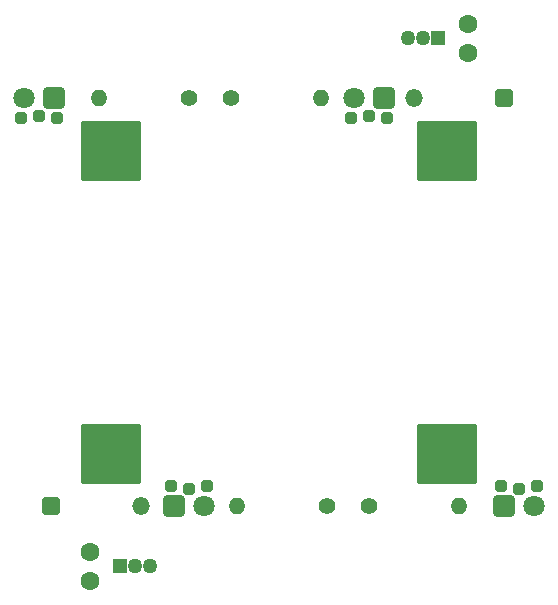
<source format=gbr>
%TF.GenerationSoftware,KiCad,Pcbnew,8.0.6-8.0.6-0~ubuntu24.04.1*%
%TF.CreationDate,2024-12-02T23:57:07-05:00*%
%TF.ProjectId,hack_badge,6861636b-5f62-4616-9467-652e6b696361,v1*%
%TF.SameCoordinates,Original*%
%TF.FileFunction,Soldermask,Top*%
%TF.FilePolarity,Negative*%
%FSLAX46Y46*%
G04 Gerber Fmt 4.6, Leading zero omitted, Abs format (unit mm)*
G04 Created by KiCad (PCBNEW 8.0.6-8.0.6-0~ubuntu24.04.1) date 2024-12-02 23:57:07*
%MOMM*%
%LPD*%
G01*
G04 APERTURE LIST*
G04 Aperture macros list*
%AMRoundRect*
0 Rectangle with rounded corners*
0 $1 Rounding radius*
0 $2 $3 $4 $5 $6 $7 $8 $9 X,Y pos of 4 corners*
0 Add a 4 corners polygon primitive as box body*
4,1,4,$2,$3,$4,$5,$6,$7,$8,$9,$2,$3,0*
0 Add four circle primitives for the rounded corners*
1,1,$1+$1,$2,$3*
1,1,$1+$1,$4,$5*
1,1,$1+$1,$6,$7*
1,1,$1+$1,$8,$9*
0 Add four rect primitives between the rounded corners*
20,1,$1+$1,$2,$3,$4,$5,0*
20,1,$1+$1,$4,$5,$6,$7,0*
20,1,$1+$1,$6,$7,$8,$9,0*
20,1,$1+$1,$8,$9,$2,$3,0*%
G04 Aperture macros list end*
%ADD10RoundRect,0.166667X-0.333333X-0.333333X0.333333X-0.333333X0.333333X0.333333X-0.333333X0.333333X0*%
%ADD11RoundRect,0.250000X-0.650000X-0.650000X0.650000X-0.650000X0.650000X0.650000X-0.650000X0.650000X0*%
%ADD12C,1.800000*%
%ADD13RoundRect,0.250000X-0.250000X-0.250000X0.250000X-0.250000X0.250000X0.250000X-0.250000X0.250000X0*%
%ADD14RoundRect,0.166667X0.333333X0.333333X-0.333333X0.333333X-0.333333X-0.333333X0.333333X-0.333333X0*%
%ADD15RoundRect,0.250000X0.650000X0.650000X-0.650000X0.650000X-0.650000X-0.650000X0.650000X-0.650000X0*%
%ADD16RoundRect,0.250000X0.250000X0.250000X-0.250000X0.250000X-0.250000X-0.250000X0.250000X-0.250000X0*%
%ADD17RoundRect,0.250000X-2.300000X2.300000X-2.300000X-2.300000X2.300000X-2.300000X2.300000X2.300000X0*%
%ADD18RoundRect,0.250000X2.300000X-2.300000X2.300000X2.300000X-2.300000X2.300000X-2.300000X-2.300000X0*%
%ADD19C,1.400000*%
%ADD20O,1.400000X1.400000*%
%ADD21RoundRect,0.250000X0.500000X0.500000X-0.500000X0.500000X-0.500000X-0.500000X0.500000X-0.500000X0*%
%ADD22O,1.500000X1.500000*%
%ADD23C,1.600000*%
%ADD24RoundRect,0.070000X0.560000X0.560000X-0.560000X0.560000X-0.560000X-0.560000X0.560000X-0.560000X0*%
%ADD25C,1.260000*%
%ADD26RoundRect,0.070000X-0.560000X-0.560000X0.560000X-0.560000X0.560000X0.560000X-0.560000X0.560000X0*%
%ADD27RoundRect,0.250000X-0.500000X-0.500000X0.500000X-0.500000X0.500000X0.500000X-0.500000X0.500000X0*%
G04 APERTURE END LIST*
D10*
%TO.C,D5*%
X95020000Y-91772000D03*
D11*
X95250000Y-93472000D03*
D12*
X97790000Y-93472000D03*
D10*
X98020000Y-91772000D03*
D13*
X96520000Y-91972000D03*
%TD*%
D14*
%TO.C,D3*%
X57380000Y-60628000D03*
D15*
X57150000Y-58928000D03*
D12*
X54610000Y-58928000D03*
D14*
X54380000Y-60628000D03*
D16*
X55880000Y-60428000D03*
%TD*%
D14*
%TO.C,D6*%
X85320000Y-60628000D03*
D15*
X85090000Y-58928000D03*
D12*
X82550000Y-58928000D03*
D14*
X82320000Y-60628000D03*
D16*
X83820000Y-60428000D03*
%TD*%
D10*
%TO.C,D2*%
X67080000Y-91772000D03*
D11*
X67310000Y-93472000D03*
D12*
X69850000Y-93472000D03*
D10*
X70080000Y-91772000D03*
D13*
X68580000Y-91972000D03*
%TD*%
D17*
%TO.C,BT1*%
X61976000Y-63400000D03*
X61976000Y-89000000D03*
%TD*%
D18*
%TO.C,BT2*%
X90424000Y-89000000D03*
X90424000Y-63400000D03*
%TD*%
D19*
%TO.C,R1*%
X80264000Y-93472000D03*
D20*
X72644000Y-93472000D03*
%TD*%
D21*
%TO.C,D4*%
X95250000Y-58928000D03*
D22*
X87630000Y-58928000D03*
%TD*%
D23*
%TO.C,C2*%
X92202000Y-55098000D03*
X92202000Y-52598000D03*
%TD*%
D24*
%TO.C,U2*%
X89662000Y-53848000D03*
D25*
X88392000Y-53848000D03*
X87122000Y-53848000D03*
%TD*%
D26*
%TO.C,U1*%
X62738000Y-98552000D03*
D25*
X64008000Y-98552000D03*
X65278000Y-98552000D03*
%TD*%
D23*
%TO.C,C1*%
X60198000Y-97302000D03*
X60198000Y-99802000D03*
%TD*%
D19*
%TO.C,R2*%
X68580000Y-58928000D03*
D20*
X60960000Y-58928000D03*
%TD*%
D19*
%TO.C,R3*%
X83820000Y-93472000D03*
D20*
X91440000Y-93472000D03*
%TD*%
D27*
%TO.C,D1*%
X56896000Y-93472000D03*
D22*
X64516000Y-93472000D03*
%TD*%
D19*
%TO.C,R4*%
X72136000Y-58928000D03*
D20*
X79756000Y-58928000D03*
%TD*%
M02*

</source>
